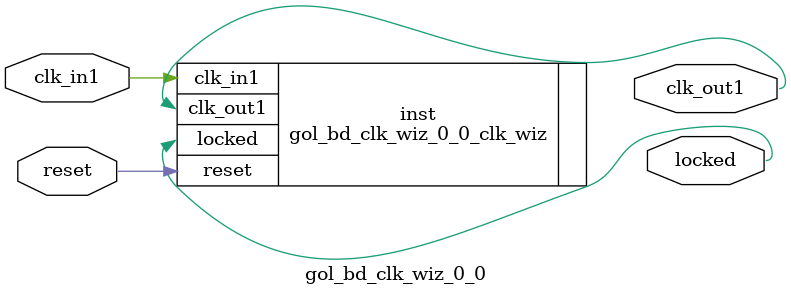
<source format=v>


`timescale 1ps/1ps

(* CORE_GENERATION_INFO = "gol_bd_clk_wiz_0_0,clk_wiz_v5_4_1_0,{component_name=gol_bd_clk_wiz_0_0,use_phase_alignment=true,use_min_o_jitter=false,use_max_i_jitter=false,use_dyn_phase_shift=false,use_inclk_switchover=false,use_dyn_reconfig=false,enable_axi=0,feedback_source=FDBK_AUTO,PRIMITIVE=MMCM,num_out_clk=1,clkin1_period=10.000,clkin2_period=10.000,use_power_down=false,use_reset=true,use_locked=true,use_inclk_stopped=false,feedback_type=SINGLE,CLOCK_MGR_TYPE=NA,manual_override=false}" *)

module gol_bd_clk_wiz_0_0 
 (
  // Clock out ports
  output        clk_out1,
  // Status and control signals
  input         reset,
  output        locked,
 // Clock in ports
  input         clk_in1
 );

  gol_bd_clk_wiz_0_0_clk_wiz inst
  (
  // Clock out ports  
  .clk_out1(clk_out1),
  // Status and control signals               
  .reset(reset), 
  .locked(locked),
 // Clock in ports
  .clk_in1(clk_in1)
  );

endmodule

</source>
